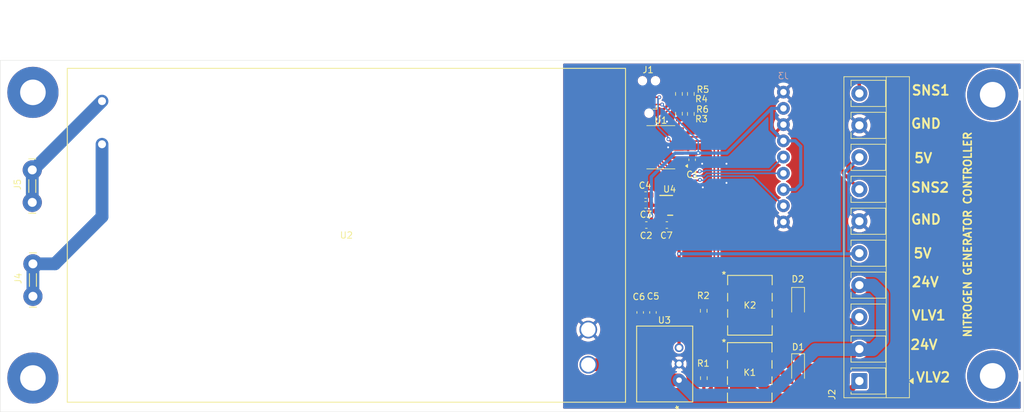
<source format=kicad_pcb>
(kicad_pcb (version 20241229) (generator "pcbnew") (generator_version "9.0")
  (layers (0 "F.Cu" signal) (2 "B.Cu" signal) (13 "F.Paste" user) (15 "B.Paste" user) (5 "F.SilkS" user "F.Silkscreen") (7 "B.SilkS" user "B.Silkscreen") (1 "F.Mask" user) (3 "B.Mask" user) (25 "Edge.Cuts" user))
  (net 0 "")
  (net 1 "+3.3V")
  (net 2 "GND")
  (net 3 "+5V")
  (net 4 "+24V")
  (net 5 "/~{RESET}")
  (net 6 "/SWO")
  (net 7 "/SWCLK")
  (net 8 "/SWDIO")
  (net 9 "Net-(J2-Pin_10)")
  (net 10 "/LOAD_VALVE_IN")
  (net 11 "Net-(J2-Pin_7)")
  (net 12 "/LOAD_VALVE_OUT")
  (net 13 "/LCD_SCK")
  (net 14 "/LCD_CD")
  (net 15 "/LCD_SDA")
  (net 16 "/CTRL_VALVE_IN")
  (net 18 "Net-(K1-Pad2)")
  (net 20 "Net-(K2-Pad2)")
  (net 21 "/CTRL_VALVE_OUT")
  (net 22 "/PRESSURE_INPUT")
  (net 23 "/PRESSURE_OUTPUT")
  (net 24 "Net-(U2-AC{slash}N)")
  (net 25 "Net-(U2-AC{slash}L)")
  (footprint "Capacitor_SMD:C_0603_1608Metric" (layer "F.Cu") (at 118.755 42.233092 180)
    (property "Reference" "C3" (at -0.08 -1.519999 0) (layer "F.SilkS"))
    (property "Value" "0.1uF")
    (fp_line (start -0.14058 0.51) (end 0.14058 0.51) (stroke (width 0.12)) (layer "F.SilkS"))
    (fp_line (start -0.14058 -0.51) (end 0.14058 -0.51) (stroke (width 0.12)) (layer "F.SilkS"))
    (pad "1" smd roundrect (at -0.775 0 180) (size 0.9 0.95) (layers "F.Cu" "F.Mask" "F.Paste") (net 3 "+5V"))
    (pad "2" smd roundrect (at 0.775 0 180) (size 0.9 0.95) (layers "F.Cu" "F.Mask" "F.Paste") (net 2 "GND"))
  )
  (footprint "NitrogenGenerator:SMD6_AA28F-R1_BTI" (layer "F.Cu") (at 135.0325 68.473092)
    (property "Reference" "K1" (at 0 0 0) (layer "F.SilkS"))
    (property "Value" "AA28F-R1")
    (fp_line (start -3.4798 -4.6736) (end -3.4798 -3.20294) (stroke (width 0.1524)) (layer "F.SilkS"))
    (fp_line (start -3.4798 -1.87706) (end -3.4798 -0.66294) (stroke (width 0.1524)) (layer "F.SilkS"))
    (fp_line (start -3.4798 0.66294) (end -3.4798 1.87706) (stroke (width 0.1524)) (layer "F.SilkS"))
    (fp_line (start -3.4798 3.20294) (end -3.4798 4.6736) (stroke (width 0.1524)) (layer "F.SilkS"))
    (fp_line (start -3.4798 4.6736) (end 3.4798 4.6736) (stroke (width 0.1524)) (layer "F.SilkS"))
    (fp_line (start 3.4798 -4.6736) (end -3.4798 -4.6736) (stroke (width 0.1524)) (layer "F.SilkS"))
    (fp_line (start 3.4798 -3.20294) (end 3.4798 -4.6736) (stroke (width 0.1524)) (layer "F.SilkS"))
    (fp_line (start 3.4798 -0.66294) (end 3.4798 -1.87706) (stroke (width 0.1524)) (layer "F.SilkS"))
    (fp_line (start 3.4798 1.87706) (end 3.4798 0.66294) (stroke (width 0.1524)) (layer "F.SilkS"))
    (fp_line (start 3.4798 4.6736) (end 3.4798 3.20294) (stroke (width 0.1524)) (layer "F.SilkS"))
    (fp_text user "*" (at -4.0325 -4.673092 0) (layer "F.SilkS"))
    (pad "1" smd rect (at -4.4323 -2.54) (size 2.159 0.6604) (layers "F.Cu" "F.Mask" "F.Paste") (net 16 "/CTRL_VALVE_IN"))
    (pad "2" smd rect (at -4.4323 0) (size 2.159 0.6604) (layers "F.Cu" "F.Mask" "F.Paste") (net 18 "Net-(K1-Pad2)"))
    (pad "3" smd rect (at -4.4323 2.54) (size 2.159 0.6604) (layers "F.Cu" "F.Mask" "F.Paste"))
    (pad "4" smd rect (at 4.4323 2.54) (size 2.159 0.6604) (layers "F.Cu" "F.Mask" "F.Paste") (net 10 "/LOAD_VALVE_IN"))
    (pad "5" smd rect (at 4.4323 0) (size 2.159 0.6604) (layers "F.Cu" "F.Mask" "F.Paste") (net 2 "GND"))
    (pad "6" smd rect (at 4.4323 -2.54) (size 2.159 0.6604) (layers "F.Cu" "F.Mask" "F.Paste") (net 10 "/LOAD_VALVE_IN"))
  )
  (footprint "NitrogenGenerator:TLV70433DBVR" (layer "F.Cu") (at 122.615001 42.313093)
    (property "Reference" "U4" (at -0.105001 -2.530001 0) (layer "F.SilkS"))
    (property "Value" "TLV70433DBVR")
    (fp_line (start -1.625001 -1.549999) (end 0.349999 -1.549999) (stroke (width 0.2)) (layer "F.SilkS"))
    (fp_line (start -0.399999 1.549999) (end 0.375003 1.549999) (stroke (width 0.2)) (layer "F.SilkS"))
    (pad "1" smd rect (at -1.375001 -0.950001 90) (size 0.599999 1) (layers "F.Cu" "F.Mask" "F.Paste") (net 2 "GND"))
    (pad "2" smd rect (at -1.375001 0 90) (size 0.599999 1) (layers "F.Cu" "F.Mask" "F.Paste") (net 3 "+5V"))
    (pad "3" smd rect (at -1.375001 0.949998 90) (size 0.599999 1) (layers "F.Cu" "F.Mask" "F.Paste") (net 1 "+3.3V"))
    (pad "4" smd rect (at 1.374999 0.949998 90) (size 0.599999 1) (layers "F.Cu" "F.Mask" "F.Paste"))
    (pad "5" smd rect (at 1.374999 -0.950001 90) (size 0.599999 1) (layers "F.Cu" "F.Mask" "F.Paste"))
  )
  (footprint "Capacitor_SMD:C_0603_1608Metric" (layer "F.Cu") (at 122.08 45.393092)
    (property "Reference" "C7" (at -0.06 1.63 0) (layer "F.SilkS"))
    (property "Value" "4.7uF")
    (fp_line (start -0.14058 -0.51) (end 0.14058 -0.51) (stroke (width 0.12)) (layer "F.SilkS"))
    (fp_line (start -0.14058 0.51) (end 0.14058 0.51) (stroke (width 0.12)) (layer "F.SilkS"))
    (pad "1" smd roundrect (at -0.775 0) (size 0.9 0.95) (layers "F.Cu" "F.Mask" "F.Paste") (net 1 "+3.3V"))
    (pad "2" smd roundrect (at 0.775 0) (size 0.9 0.95) (layers "F.Cu" "F.Mask" "F.Paste") (net 2 "GND"))
  )
  (footprint "Capacitor_SMD:C_0603_1608Metric" (layer "F.Cu") (at 119.91 59.073092 90)
    (property "Reference" "C5" (at 2.53 0.02 0) (layer "F.SilkS"))
    (property "Value" "4.7uF")
    (fp_line (start -0.14058 -0.51) (end 0.14058 -0.51) (stroke (width 0.12)) (layer "F.SilkS"))
    (fp_line (start -0.14058 0.51) (end 0.14058 0.51) (stroke (width 0.12)) (layer "F.SilkS"))
    (pad "1" smd roundrect (at -0.775 0 90) (size 0.9 0.95) (layers "F.Cu" "F.Mask" "F.Paste") (net 4 "+24V"))
    (pad "2" smd roundrect (at 0.775 0 90) (size 0.9 0.95) (layers "F.Cu" "F.Mask" "F.Paste") (net 2 "GND"))
  )
  (footprint "Resistor_SMD:R_0603_1608Metric" (layer "F.Cu") (at 125.83 28.005 90)
    (property "Reference" "R3" (at -0.8 1.66 180) (layer "F.SilkS"))
    (property "Value" "10K")
    (fp_line (start -0.237258 -0.5225) (end 0.237258 -0.5225) (stroke (width 0.12)) (layer "F.SilkS"))
    (fp_line (start -0.237258 0.5225) (end 0.237258 0.5225) (stroke (width 0.12)) (layer "F.SilkS"))
    (pad "1" smd roundrect (at -0.825 0 90) (size 0.8 0.95) (layers "F.Cu" "F.Mask" "F.Paste") (net 22 "/PRESSURE_INPUT"))
    (pad "2" smd roundrect (at 0.825 0 90) (size 0.8 0.95) (layers "F.Cu" "F.Mask" "F.Paste") (net 11 "Net-(J2-Pin_7)"))
  )
  (footprint "Capacitor_SMD:C_0603_1608Metric" (layer "F.Cu") (at 117.91 59.073092 90)
    (property "Reference" "C6" (at 2.45 -0.2 0) (layer "F.SilkS"))
    (property "Value" "4.7uF")
    (fp_line (start -0.14058 -0.51) (end 0.14058 -0.51) (stroke (width 0.12)) (layer "F.SilkS"))
    (fp_line (start -0.14058 0.51) (end 0.14058 0.51) (stroke (width 0.12)) (layer "F.SilkS"))
    (pad "1" smd roundrect (at -0.775 0 90) (size 0.9 0.95) (layers "F.Cu" "F.Mask" "F.Paste") (net 4 "+24V"))
    (pad "2" smd roundrect (at 0.775 0 90) (size 0.9 0.95) (layers "F.Cu" "F.Mask" "F.Paste") (net 2 "GND"))
  )
  (footprint "Capacitor_SMD:C_0603_1608Metric" (layer "F.Cu") (at 118.755 40.703092 180)
    (property "Reference" "C4" (at 0.08 1.500001 0) (layer "F.SilkS"))
    (property "Value" "4.7uF")
    (fp_line (start -0.14058 0.51) (end 0.14058 0.51) (stroke (width 0.12)) (layer "F.SilkS"))
    (fp_line (start -0.14058 -0.51) (end 0.14058 -0.51) (stroke (width 0.12)) (layer "F.SilkS"))
    (pad "1" smd roundrect (at -0.775 0 180) (size 0.9 0.95) (layers "F.Cu" "F.Mask" "F.Paste") (net 3 "+5V"))
    (pad "2" smd roundrect (at 0.775 0 180) (size 0.9 0.95) (layers "F.Cu" "F.Mask" "F.Paste") (net 2 "GND"))
  )
  (footprint "Resistor_SMD:R_0603_1608Metric" (layer "F.Cu") (at 127.8402 58.813092 90)
    (property "Reference" "R2" (at 2.37 -0.0577 180) (layer "F.SilkS"))
    (property "Value" "1.6K")
    (fp_line (start -0.237258 -0.5225) (end 0.237258 -0.5225) (stroke (width 0.12)) (layer "F.SilkS"))
    (fp_line (start -0.237258 0.5225) (end 0.237258 0.5225) (stroke (width 0.12)) (layer "F.SilkS"))
    (pad "1" smd roundrect (at -0.825 0 90) (size 0.8 0.95) (layers "F.Cu" "F.Mask" "F.Paste") (net 2 "GND"))
    (pad "2" smd roundrect (at 0.825 0 90) (size 0.8 0.95) (layers "F.Cu" "F.Mask" "F.Paste") (net 20 "Net-(K2-Pad2)"))
  )
  (footprint "Resistor_SMD:R_0603_1608Metric" (layer "F.Cu") (at 123.97 27.975 -90)
    (property "Reference" "R6" (at -0.68 -3.68 180) (layer "F.SilkS"))
    (property "Value" "20K")
    (fp_line (start -0.237258 0.5225) (end 0.237258 0.5225) (stroke (width 0.12)) (layer "F.SilkS"))
    (fp_line (start -0.237258 -0.5225) (end 0.237258 -0.5225) (stroke (width 0.12)) (layer "F.SilkS"))
    (pad "1" smd roundrect (at -0.825 0 270) (size 0.8 0.95) (layers "F.Cu" "F.Mask" "F.Paste") (net 2 "GND"))
    (pad "2" smd roundrect (at 0.825 0 270) (size 0.8 0.95) (layers "F.Cu" "F.Mask" "F.Paste") (net 22 "/PRESSURE_INPUT"))
  )
  (footprint "Diode_SMD:D_SOD-123F" (layer "F.Cu") (at 142.59 67.75 -90)
    (property "Reference" "D1" (at -3.2725 -0.03 180) (layer "F.SilkS"))
    (property "Value" "1N4007")
    (fp_line (start -2.21 1) (end 1.65 1) (stroke (width 0.12)) (layer "F.SilkS"))
    (fp_line (start -2.21 -1) (end -2.21 1) (stroke (width 0.12)) (layer "F.SilkS"))
    (fp_line (start -2.21 -1) (end 1.65 -1) (stroke (width 0.12)) (layer "F.SilkS"))
    (pad "1" smd roundrect (at -1.4 0 270) (size 1.1 1.1) (layers "F.Cu" "F.Mask" "F.Paste") (roundrect_rratio 0.2272727273) (net 4 "+24V"))
    (pad "2" smd roundrect (at 1.4 0 270) (size 1.1 1.1) (layers "F.Cu" "F.Mask" "F.Paste") (roundrect_rratio 0.2272727273) (net 10 "/LOAD_VALVE_IN"))
  )
  (footprint "NitrogenGenerator:SMD6_AA28F-R1_BTI" (layer "F.Cu") (at 135.0625 57.953092)
    (property "Reference" "K2" (at 0 0 0) (layer "F.SilkS"))
    (property "Value" "AA28F-R1")
    (fp_line (start -3.4798 -4.6736) (end -3.4798 -3.20294) (stroke (width 0.1524)) (layer "F.SilkS"))
    (fp_line (start -3.4798 -1.87706) (end -3.4798 -0.66294) (stroke (width 0.1524)) (layer "F.SilkS"))
    (fp_line (start -3.4798 0.66294) (end -3.4798 1.87706) (stroke (width 0.1524)) (layer "F.SilkS"))
    (fp_line (start -3.4798 3.20294) (end -3.4798 4.6736) (stroke (width 0.1524)) (layer "F.SilkS"))
    (fp_line (start -3.4798 4.6736) (end 3.4798 4.6736) (stroke (width 0.1524)) (layer "F.SilkS"))
    (fp_line (start 3.4798 -4.6736) (end -3.4798 -4.6736) (stroke (width 0.1524)) (layer "F.SilkS"))
    (fp_line (start 3.4798 -3.20294) (end 3.4798 -4.6736) (stroke (width 0.1524)) (layer "F.SilkS"))
    (fp_line (start 3.4798 -0.66294) (end 3.4798 -1.87706) (stroke (width 0.1524)) (layer "F.SilkS"))
    (fp_line (start 3.4798 1.87706) (end 3.4798 0.66294) (stroke (width 0.1524)) (layer "F.SilkS"))
    (fp_line (start 3.4798 4.6736) (end 3.4798 3.20294) (stroke (width 0.1524)) (layer "F.SilkS"))
    (fp_text user "*" (at -4.0625 -4.753092 0) (layer "F.SilkS"))
    (pad "1" smd rect (at -4.4323 -2.54) (size 2.159 0.6604) (layers "F.Cu" "F.Mask" "F.Paste") (net 21 "/CTRL_VALVE_OUT"))
    (pad "2" smd rect (at -4.4323 0) (size 2.159 0.6604) (layers "F.Cu" "F.Mask" "F.Paste") (net 20 "Net-(K2-Pad2)"))
    (pad "3" smd rect (at -4.4323 2.54) (size 2.159 0.6604) (layers "F.Cu" "F.Mask" "F.Paste"))
    (pad "4" smd rect (at 4.4323 2.54) (size 2.159 0.6604) (layers "F.Cu" "F.Mask" "F.Paste") (net 12 "/LOAD_VALVE_OUT"))
    (pad "5" smd rect (at 4.4323 0) (size 2.159 0.6604) (layers "F.Cu" "F.Mask" "F.Paste") (net 2 "GND"))
    (pad "6" smd rect (at 4.4323 -2.54) (size 2.159 0.6604) (layers "F.Cu" "F.Mask" "F.Paste") (net 12 "/LOAD_VALVE_OUT"))
  )
  (footprint "Resistor_SMD:R_0603_1608Metric" (layer "F.Cu") (at 125.83 24.875 90)
    (property "Reference" "R4" (at -0.795 1.66 180) (layer "F.SilkS"))
    (property "Value" "10K")
    (fp_line (start -0.237258 -0.5225) (end 0.237258 -0.5225) (stroke (width 0.12)) (layer "F.SilkS"))
    (fp_line (start -0.237258 0.5225) (end 0.237258 0.5225) (stroke (width 0.12)) (layer "F.SilkS"))
    (pad "1" smd roundrect (at -0.825 0 90) (size 0.8 0.95) (layers "F.Cu" "F.Mask" "F.Paste") (net 23 "/PRESSURE_OUTPUT"))
    (pad "2" smd roundrect (at 0.825 0 90) (size 0.8 0.95) (layers "F.Cu" "F.Mask" "F.Paste") (net 9 "Net-(J2-Pin_10)"))
  )
  (footprint "Resistor_SMD:R_0603_1608Metric" (layer "F.Cu") (at 123.97 24.875 -90)
    (property "Reference" "R5" (at -0.685 -3.75 180) (layer "F.SilkS"))
    (property "Value" "20K")
    (fp_line (start -0.237258 0.5225) (end 0.237258 0.5225) (stroke (width 0.12)) (layer "F.SilkS"))
    (fp_line (start -0.237258 -0.5225) (end 0.237258 -0.5225) (stroke (width 0.12)) (layer "F.SilkS"))
    (pad "1" smd roundrect (at -0.825 0 270) (size 0.8 0.95) (layers "F.Cu" "F.Mask" "F.Paste") (net 2 "GND"))
    (pad "2" smd roundrect (at 0.825 0 270) (size 0.8 0.95) (layers "F.Cu" "F.Mask" "F.Paste") (net 23 "/PRESSURE_OUTPUT"))
  )
  (footprint "Connector:Tag-Connect_TC2030-IDC-NL_2x03_P1.27mm_Vertical" (layer "F.Cu") (at 119.285 25.353092 90)
    (property "Reference" "J1" (at 4.24 -0.135 180) (layer "F.SilkS"))
    (property "Value" "Conn_ARM_SWD_TagConnect_TC2030-NL")
    (fp_line (start -1.27 1.27) (end -1.905 1.27) (stroke (width 0.12)) (layer "F.SilkS"))
    (fp_line (start -1.905 1.27) (end -1.905 0.635) (stroke (width 0.12)) (layer "F.SilkS"))
    (pad "" np_thru_hole circle (at -2.54 0 90) (size 0.9906 0.9906) (drill 0.9906) (layers "*.Cu" "*.Mask"))
    (pad "" np_thru_hole circle (at 2.54 -1.016 90) (size 0.9906 0.9906) (drill 0.9906) (layers "*.Cu" "*.Mask"))
    (pad "" np_thru_hole circle (at 2.54 1.016 90) (size 0.9906 0.9906) (drill 0.9906) (layers "*.Cu" "*.Mask"))
    (pad "1" connect circle (at -1.27 0.635 90) (size 0.7874 0.7874) (layers "F.Cu" "F.Mask") (net 1 "+3.3V"))
    (pad "2" connect circle (at -1.27 -0.635 90) (size 0.7874 0.7874) (layers "F.Cu" "F.Mask") (net 8 "/SWDIO"))
    (pad "3" connect circle (at 0 0.635 90) (size 0.7874 0.7874) (layers "F.Cu" "F.Mask") (net 5 "/~{RESET}"))
    (pad "4" connect circle (at 0 -0.635 90) (size 0.7874 0.7874) (layers "F.Cu" "F.Mask") (net 7 "/SWCLK"))
    (pad "5" connect circle (at 1.27 0.635 90) (size 0.7874 0.7874) (layers "F.Cu" "F.Mask") (net 2 "GND"))
    (pad "6" connect circle (at 1.27 -0.635 90) (size 0.7874 0.7874) (layers "F.Cu" "F.Mask") (net 6 "/SWO"))
    (zone (net 0) (net_name "") (layer "F.Cu") (connect_pads (clearance 0)) (min_thickness 0.254)
      (keepout (tracks allowed) (vias not_allowed) (pads allowed) (copperpour not_allowed) (footprints not_allowed))
      (fill (thermal_gap 0.508) (thermal_bridge_width 0.508))
      (polygon (pts (xy 118.65 24.083092) (xy 118.65 26.623092) (xy 119.92 26.623092) (xy 119.92 24.083092)))
    )
  )
  (footprint "NitrogenGenerator:R-78E-0.5_RCP" (layer "F.Cu") (at 123.989932 69.673092 90)
    (property "Reference" "U3" (at 9.39 -2.289932 0) (layer "F.SilkS"))
    (property "Value" "R-78E5.0-0.5")
    (fp_line (start 8.4709 -6.631432) (end -3.3909 -6.631432) (stroke (width 0.1524)) (layer "F.SilkS"))
    (fp_line (start -3.3909 -6.631432) (end -3.3909 2.131568) (stroke (width 0.1524)) (layer "F.SilkS"))
    (fp_line (start 8.4709 2.131568) (end 8.4709 -6.631432) (stroke (width 0.1524)) (layer "F.SilkS"))
    (fp_line (start -3.3909 2.131568) (end 8.4709 2.131568) (stroke (width 0.1524)) (layer "F.SilkS"))
    (fp_text user "*" (at -4.2799 0 90) (layer "F.SilkS"))
    (fp_text user "*" (at -4.2799 0 90) (layer "F.SilkS"))
    (pad "1" thru_hole rect (at 0 0 90) (size 1.3716 1.3716) (drill 0.8636) (layers "*.Cu" "*.Mask") (net 4 "+24V"))
    (pad "2" thru_hole circle (at 2.54 0 90) (size 1.3716 1.3716) (drill 0.8636) (layers "*.Cu" "*.Mask") (net 2 "GND"))
    (pad "3" thru_hole circle (at 5.08 0 90) (size 1.3716 1.3716) (drill 0.8636) (layers "*.Cu" "*.Mask") (net 3 "+5V"))
  )
  (footprint "NitrogenGenerator:CONN_726386-2_TEC" (layer "F.Cu") (at 22.9 41.85 90)
    (property "Reference" "J5" (at 2.8 -2.3 90) (layer "F.SilkS"))
    (property "Value" "726386-2")
    (fp_line (start 3.55 -0.5461) (end 1.55 -0.5461) (stroke (width 0.1524)) (layer "F.SilkS"))
    (fp_line (start -1.7 -0.5461) (end -1.7 0.5461) (stroke (width 0.1524)) (layer "F.SilkS"))
    (fp_line (start 6.8 0.5461) (end 6.8 -0.5461) (stroke (width 0.1524)) (layer "F.SilkS"))
    (fp_line (start 1.55 0.5461) (end 3.55 0.5461) (stroke (width 0.1524)) (layer "F.SilkS"))
    (pad "1" thru_hole circle (at 0 0 90) (size 3 3) (drill 1.4) (layers "*.Cu" "*.Mask") (net 25 "Net-(U2-AC{slash}L)"))
    (pad "2" thru_hole circle (at 5.08 0 90) (size 3 3) (drill 1.4) (layers "*.Cu" "*.Mask") (net 25 "Net-(U2-AC{slash}L)"))
  )
  (footprint "NitrogenGenerator:IRM-45_MWU" (layer "F.Cu") (at 33.8 26.0031)
    (property "Reference" "U2" (at 38.2 20.9969 0) (layer "F.SilkS"))
    (property "Value" "IRM-45-24")
    (fp_line (start -5.4245 -5.127) (end -5.4245 47.1208) (stroke (width 0.1524)) (layer "F.SilkS"))
    (fp_line (start -5.4245 47.1208) (end 81.8245 47.1208) (stroke (width 0.1524)) (layer "F.SilkS"))
    (fp_line (start 81.8245 -5.127) (end -5.4245 -5.127) (stroke (width 0.1524)) (layer "F.SilkS"))
    (fp_line (start 81.8245 47.1208) (end 81.8245 -5.127) (stroke (width 0.1524)) (layer "F.SilkS"))
    (pad "1" thru_hole circle (at 0 0) (size 1.7526 1.7526) (drill 1.2446) (layers "*.Cu" "*.Mask") (net 25 "Net-(U2-AC{slash}L)"))
    (pad "2" thru_hole circle (at 0 6.75) (size 1.7526 1.7526) (drill 1.2446) (layers "*.Cu" "*.Mask") (net 24 "Net-(U2-AC{slash}N)"))
    (pad "3" thru_hole circle (at 76 41.249991) (size 2.7686 2.7686) (drill 2.2606) (layers "*.Cu" "*.Mask") (net 4 "+24V"))
    (pad "4" thru_hole circle (at 76 35.749992) (size 2.7686 2.7686) (drill 2.2606) (layers "*.Cu" "*.Mask") (net 2 "GND"))
  )
  (footprint "Package_SO:TSSOP-20_4.4x6.5mm_P0.65mm" (layer "F.Cu") (at 121.14 33.223092 180)
    (property "Reference" "U1" (at 0 4.21 0) (layer "F.SilkS"))
    (property "Value" "STM32G030F6Px")
    (fp_line (start 0 3.385) (end 2.2 3.385) (stroke (width 0.12)) (layer "F.SilkS"))
    (fp_line (start 0 3.385) (end -2.2 3.385) (stroke (width 0.12)) (layer "F.SilkS"))
    (fp_line (start 0 -3.385) (end 2.2 -3.385) (stroke (width 0.12)) (layer "F.SilkS"))
    (fp_line (start 0 -3.385) (end -2.2 -3.385) (stroke (width 0.12)) (layer "F.SilkS"))
    (fp_poly (pts (xy -3.86 -2.925) (xy -4.19 -2.685) (xy -4.19 -3.165)) (stroke (width 0.12)) (fill yes) (layer "F.SilkS"))
    (pad "1" smd roundrect (at -2.8625 -2.925 180) (size 1.475 0.4) (layers "F.Cu" "F.Mask" "F.Paste") (net 2 "GND"))
    (pad "2" smd roundrect (at -2.8625 -2.275 180) (size 1.475 0.4) (layers "F.Cu" "F.Mask" "F.Paste") (net 2 "GND"))
    (pad "3" smd roundrect (at -2.8625 -1.625 180) (size 1.475 0.4) (layers "F.Cu" "F.Mask" "F.Paste") (net 2 "GND"))
    (pad "4" smd roundrect (at -2.8625 -0.975 180) (size 1.475 0.4) (layers "F.Cu" "F.Mask" "F.Paste") (net 1 "+3.3V"))
    (pad "5" smd roundrect (at -2.8625 -0.325 180) (size 1.475 0.4) (layers "F.Cu" "F.Mask" "F.Paste") (net 2 "GND"))
    (pad "6" smd roundrect (at -2.8625 0.325 180) (size 1.475 0.4) (layers "F.Cu" "F.Mask" "F.Paste") (net 5 "/~{RESET}"))
    (pad "7" smd roundrect (at -2.8625 0.975 180) (size 1.475 0.4) (layers "F.Cu" "F.Mask" "F.Paste") (net 16 "/CTRL_VALVE_IN"))
    (pad "8" smd roundrect (at -2.8625 1.625 180) (size 1.475 0.4) (layers "F.Cu" "F.Mask" "F.Paste") (net 21 "/CTRL_VALVE_OUT"))
    (pad "9" smd roundrect (at -2.8625 2.275 180) (size 1.475 0.4) (layers "F.Cu" "F.Mask" "F.Paste") (net 2 "GND"))
    (pad "10" smd roundrect (at -2.8625 2.925 180) (size 1.475 0.4) (layers "F.Cu" "F.Mask" "F.Paste") (net 22 "/PRESSURE_INPUT"))
    (pad "11" smd roundrect (at 2.8625 2.925 180) (size 1.475 0.4) (layers "F.Cu" "F.Mask" "F.Paste") (net 23 "/PRESSURE_OUTPUT"))
    (pad "12" smd roundrect (at 2.8625 2.275 180) (size 1.475 0.4) (layers "F.Cu" "F.Mask" "F.Paste") (net 13 "/LCD_SCK"))
    (pad "13" smd roundrect (at 2.8625 1.625 180) (size 1.475 0.4) (layers "F.Cu" "F.Mask" "F.Paste") (net 15 "/LCD_SDA"))
    (pad "14" smd roundrect (at 2.8625 0.975 180) (size 1.475 0.4) (layers "F.Cu" "F.Mask" "F.Paste") (net 14 "/LCD_CD"))
    (pad "15" smd roundrect (at 2.8625 0.325 180) (size 1.475 0.4) (layers "F.Cu" "F.Mask" "F.Paste") (net 2 "GND"))
    (pad "16" smd roundrect (at 2.8625 -0.325 180) (size 1.475 0.4) (layers "F.Cu" "F.Mask" "F.Paste") (net 2 "GND"))
    (pad "17" smd roundrect (at 2.8625 -0.975 180) (size 1.475 0.4) (layers "F.Cu" "F.Mask" "F.Paste") (net 2 "GND"))
    (pad "18" smd roundrect (at 2.8625 -1.625 180) (size 1.475 0.4) (layers "F.Cu" "F.Mask" "F.Paste") (net 8 "/SWDIO"))
    (pad "19" smd roundrect (at 2.8625 -2.275 180) (size 1.475 0.4) (layers "F.Cu" "F.Mask" "F.Paste") (net 7 "/SWCLK"))
    (pad "20" smd roundrect (at 2.8625 -2.925 180) (size 1.475 0.4) (layers "F.Cu" "F.Mask" "F.Paste") (net 2 "GND"))
  )
  (footprint "Resistor_SMD:R_0603_1608Metric" (layer "F.Cu") (at 127.8625 69.353092 90)
    (property "Reference" "R1" (at 2.31 -0.0777 180) (layer "F.SilkS"))
    (property "Value" "1.6K")
    (fp_line (start -0.237258 -0.5225) (end 0.237258 -0.5225) (stroke (width 0.12)) (layer "F.SilkS"))
    (fp_line (start -0.237258 0.5225) (end 0.237258 0.5225) (stroke (width 0.12)) (layer "F.SilkS"))
    (pad "1" smd roundrect (at -0.825 0 90) (size 0.8 0.95) (layers "F.Cu" "F.Mask" "F.Paste") (net 2 "GND"))
    (pad "2" smd roundrect (at 0.825 0 90) (size 0.8 0.95) (layers "F.Cu" "F.Mask" "F.Paste") (net 18 "Net-(K1-Pad2)"))
  )
  (footprint "Capacitor_SMD:C_0603_1608Metric" (layer "F.Cu") (at 118.875 45.393092 180)
    (property "Reference" "C2" (at 0.03 -1.65 0) (layer "F.SilkS"))
    (property "Value" "0.1uF")
    (fp_line (start -0.14058 0.51) (end 0.14058 0.51) (stroke (width 0.12)) (layer "F.SilkS"))
    (fp_line (start -0.14058 -0.51) (end 0.14058 -0.51) (stroke (width 0.12)) (layer "F.SilkS"))
    (pad "1" smd roundrect (at -0.775 0 180) (size 0.9 0.95) (layers "F.Cu" "F.Mask" "F.Paste") (net 1 "+3.3V"))
    (pad "2" smd roundrect (at 0.775 0 180) (size 0.9 0.95) (layers "F.Cu" "F.Mask" "F.Paste") (net 2 "GND"))
  )
  (footprint "Diode_SMD:D_SOD-123F" (layer "F.Cu") (at 142.59 57.37 -90)
    (property "Reference" "D2" (at -3.52 0.03 180) (layer "F.SilkS"))
    (property "Value" "1N4007")
    (fp_line (start -2.21 1) (end 1.65 1) (stroke (width 0.12)) (layer "F.SilkS"))
    (fp_line (start -2.21 -1) (end -2.21 1) (stroke (width 0.12)) (layer "F.SilkS"))
    (fp_line (start -2.21 -1) (end 1.65 -1) (stroke (width 0.12)) (layer "F.SilkS"))
    (pad "1" smd roundrect (at -1.4 0 270) (size 1.1 1.1) (layers "F.Cu" "F.Mask" "F.Paste") (roundrect_rratio 0.2272727273) (net 4 "+24V"))
    (pad "2" smd roundrect (at 1.4 0 270) (size 1.1 1.1) (layers "F.Cu" "F.Mask" "F.Paste") (roundrect_rratio 0.2272727273) (net 12 "/LOAD_VALVE_OUT"))
  )
  (footprint "NitrogenGenerator:CONN_726386-2_TEC" (layer "F.Cu") (at 23 56.55 90)
    (property "Reference" "J4" (at 2.8 -2.3 90) (layer "F.SilkS"))
    (property "Value" "726386-2")
    (fp_line (start 3.55 -0.5461) (end 1.55 -0.5461) (stroke (width 0.1524)) (layer "F.SilkS"))
    (fp_line (start -1.7 -0.5461) (end -1.7 0.5461) (stroke (width 0.1524)) (layer "F.SilkS"))
    (fp_line (start 6.8 0.5461) (end 6.8 -0.5461) (stroke (width 0.1524)) (layer "F.SilkS"))
    (fp_line (start 1.55 0.5461) (end 3.55 0.5461) (stroke (width 0.1524)) (layer "F.SilkS"))
    (pad "1" thru_hole circle (at 0 0 90) (size 3 3) (drill 1.4) (layers "*.Cu" "*.Mask") (net 24 "Net-(U2-AC{slash}N)"))
    (pad "2" thru_hole circle (at 5.08 0 90) (size 3 3) (drill 1.4) (layers "*.Cu" "*.Mask") (net 24 "Net-(U2-AC{slash}N)"))
  )
  (footprint "Capacitor_SMD:C_0603_1608Metric" (layer "F.Cu") (at 126.03 35.183092 -90)
    (property "Reference" "C1" (at 2.31 -0.08 180) (layer "F.SilkS"))
    (property "Value" "0.1uF")
    (fp_line (start -0.14058 0.51) (end 0.14058 0.51) (stroke (width 0.12)) (layer "F.SilkS"))
    (fp_line (start -0.14058 -0.51) (end 0.14058 -0.51) (stroke (width 0.12)) (layer "F.SilkS"))
    (pad "1" smd roundrect (at -0.775 0 270) (size 0.9 0.95) (layers "F.Cu" "F.Mask" "F.Paste") (net 1 "+3.3V"))
    (pad "2" smd roundrect (at 0.775 0 270) (size 0.9 0.95) (layers "F.Cu" "F.Mask" "F.Paste") (net 2 "GND"))
  )
  (footprint "TerminalBlock_RND:TerminalBlock_RND_205-00284_1x10_P5.00mm_Vertical" (layer "F.Cu") (at 152.1675 69.8 90)
    (property "Reference" "J2" (at -2.11 -4.2775 90) (layer "F.SilkS"))
    (property "Value" "Screw_Terminal_01x10")
    (fp_line (start 47.62 -2.42) (end 47.62 7.82) (stroke (width 0.12)) (layer "F.SilkS"))
    (fp_line (start -2.62 -2.42) (end 47.62 -2.42) (stroke (width 0.12)) (layer "F.SilkS"))
    (fp_line (start -2.62 -2.42) (end -2.62 7.82) (stroke (width 0.12)) (layer "F.SilkS"))
    (fp_line (start 47.05 -1.3) (end 47.05 4.1) (stroke (width 0.12)) (layer "F.SilkS"))
    (fp_line (start 46.141 -1.3) (end 47.05 -1.3) (stroke (width 0.12)) (layer "F.SilkS"))
    (fp_line (start 42.95 -1.3) (end 43.859 -1.3) (stroke (width 0.12)) (layer "F.SilkS"))
    (fp_line (start 42.95 -1.3) (end 42.95 4.1) (stroke (width 0.12)) (layer "F.SilkS"))
    (fp_line (start 42.05 -1.3) (end 42.05 4.1) (stroke (width 0.12)) (layer "F.SilkS"))
    (fp_line (start 41.141 -1.3) (end 42.05 -1.3) (stroke (width 0.12)) (layer "F.SilkS"))
    (fp_line (start 37.95 -1.3) (end 38.859 -1.3) (stroke (width 0.12)) (layer "F.SilkS"))
    (fp_line (start 37.95 -1.3) (end 37.95 4.1) (stroke (width 0.12)) (layer "F.SilkS"))
    (fp_line (start 37.05 -1.3) (end 37.05 4.1) (stroke (width 0.12)) (layer "F.SilkS"))
    (fp_line (start 36.141 -1.3) (end 37.05 -1.3) (stroke (width 0.12)) (layer "F.SilkS"))
    (fp_line (start 32.95 -1.3) (end 33.859 -1.3) (stroke (width 0.12)) (layer "F.SilkS"))
    (fp_line (start 32.95 -1.3) (end 32.95 4.1) (stroke (width 0.12)) (layer "F.SilkS"))
    (fp_line (start 32.05 -1.3) (end 32.05 4.1) (stroke (width 0.12)) (layer "F.SilkS"))
    (fp_line (start 31.141 -1.3) (end 32.05 -1.3) (stroke (width 0.12)) (layer "F.SilkS"))
    (fp_line (start 27.95 -1.3) (end 28.859 -1.3) (stroke (width 0.12)) (layer "F.SilkS"))
    (fp_line (start 27.95 -1.3) (end 27.95 4.1) (stroke (width 0.12)) (layer "F.SilkS"))
    (fp_line (start 27.05 -1.3) (end 27.05 4.1) (stroke (width 0.12)) (layer "F.SilkS"))
    (fp_line (start 26.141 -1.3) (end 27.05 -1.3) (stroke (width 0.12)) (layer "F.SilkS"))
    (fp_line (start 22.95 -1.3) (end 23.859 -1.3) (stroke (width 0.12)) (layer "F.SilkS"))
    (fp_line (start 22.95 -1.3) (end 22.95 4.1) (stroke (width 0.12)) (layer "F.SilkS"))
    (fp_line (start 22.05 -1.3) (end 22.05 4.1) (stroke (width 0.12)) (layer "F.SilkS"))
    (fp_line (start 21.141 -1.3) (end 22.05 -1.3) (stroke (width 0.12)) (layer "F.SilkS"))
    (fp_line (start 17.95 -1.3) (end 18.859 -1.3) (stroke (width 0.12)) (layer "F.SilkS"))
    (fp_line (start 17.95 -1.3) (end 17.95 4.1) (stroke (width 0.12)) (layer "F.SilkS"))
    (fp_line (start 17.05 -1.3) (end 17.05 4.1) (stroke (width 0.12)) (layer "F.SilkS"))
    (fp_line (start 16.141 -1.3) (end 17.05 -1.3) (stroke (width 0.12)) (layer "F.SilkS"))
    (fp_line (start 12.95 -1.3) (end 13.859 -1.3) (stroke (width 0.12)) (layer "F.SilkS"))
    (fp_line (start 12.95 -1.3) (end 12.95 4.1) (stroke (width 0.12)) (layer "F.SilkS"))
    (fp_line (start 12.05 -1.3) (end 12.05 4.1) (stroke (width 0.12)) (layer "F.SilkS"))
    (fp_line (start 11.141 -1.3) (end 12.05 -1.3) (stroke (width 0.12)) (layer "F.SilkS"))
    (fp_line (start 7.95 -1.3) (end 8.859 -1.3) (stroke (width 0.12)) (layer "F.SilkS"))
    (fp_line (start 7.95 -1.3) (end 7.95 4.1) (stroke (width 0.12)) (layer "F.SilkS"))
    (fp_line (start 7.05 -1.3) (end 7.05 4.1) (stroke (width 0.12)) (layer "F.SilkS"))
    (fp_line (start 6.141 -1.3) (end 7.05 -1.3) (stroke (width 0.12)) (layer "F.SilkS"))
    (fp_line (start 2.95 -1.3) (end 3.859 -1.3) (stroke (width 0.12)) (layer "F.SilkS"))
    (fp_line (start 2.95 -1.3) (end 2.95 4.1) (stroke (width 0.12)) (layer "F.SilkS"))
    (fp_line (start 2.05 -1.3) (end 2.05 4.1) (stroke (width 0.12)) (layer "F.SilkS"))
    (fp_line (start 1.73 -1.3) (end 2.05 -1.3) (stroke (width 0.12)) (layer "F.SilkS"))
    (fp_line (start -2.05 -1.3) (end -1.73 -1.3) (stroke (width 0.12)) (layer "F.SilkS"))
    (fp_line (start -2.05 -1.3) (end -2.05 4.1) (stroke (width 0.12)) (layer "F.SilkS"))
    (fp_line (start 42.95 4.1) (end 47.05 4.1) (stroke (width 0.12)) (layer "F.SilkS"))
    (fp_line (start 37.95 4.1) (end 42.05 4.1) (stroke (width 0.12)) (layer "F.SilkS"))
    (fp_line (start 32.95 4.1) (end 37.05 4.1) (stroke (width 0.12)) (layer "F.SilkS"))
    (fp_line (start 27.95 4.1) (end 32.05 4.1) (stroke (width 0.12)) (layer "F.SilkS"))
    (fp_line (start 22.95 4.1) (end 27.05 4.1) (stroke (width 0.12)) (layer "F.SilkS"))
    (fp_line (start 17.95 4.1) (end 22.05 4.1) (stroke (width 0.12)) (layer "F.SilkS"))
    (fp_line (start 12.95 4.1) (end 17.05 4.1) (stroke (width 0.12)) (layer "F.SilkS"))
    (fp_line (start 7.95 4.1) (end 12.05 4.1) (stroke (width 0.12)) (layer "F.SilkS"))
    (fp_line (start 2.95 4.1) (end 7.05 4.1) (stroke (width 0.12)) (layer "F.SilkS"))
    (fp_line (start -2.05 4.1) (end 2.05 4.1) (stroke (width 0.12)) (layer "F.SilkS"))
    (fp_line (start -2.62 4.2) (end 47.62 4.2) (stroke (width 0.12)) (layer "F.SilkS"))
    (fp_line (start 0.3 7.82) (end 47.62 7.82) (stroke (width 0.12)) (layer "F.SilkS"))
    (fp_line (start -2.62 7.82) (end -0.3 7.82) (stroke (width 0.12)) (layer "F.SilkS"))
    (fp_poly (pts (xy 0 7.82) (xy 0.44 8.43) (xy -0.44 8.43)) (stroke (width 0.12)) (fill yes) (layer "F.SilkS"))
    (pad "1" thru_hole roundrect (at 0 0 90) (size 2.5 2.5) (drill 1.3) (layers "*.Cu" "*.Mask") (roundrect_rratio 0.1) (net 10 "/LOAD_VALVE_IN"))
    (pad "2" thru_hole circle (at 5 0 90) (size 2.5 2.5) (drill 1.3) (layers "*.Cu" "*.Mask") (net 4 "+24V"))
    (pad "3" thru_hole circle (at 10 0 90) (size 2.5 2.5) (drill 1.3) (layers "*.Cu" "*.Mask") (net 12 "/LOAD_VALVE_OUT"))
    (pad "4" thru_hole circle (at 15 0 90) (size 2.5 2.5) (drill 1.3) (layers "*.Cu" "*.Mask") (net 4 "+24V"))
    (pad "5" thru_hole circle (at 20 0 90) (size 2.5 2.5) (drill 1.3) (layers "*.Cu" "*.Mask") (net 3 "+5V"))
    (pad "6" thru_hole circle (at 25 0 90) (size 2.5 2.5) (drill 1.3) (layers "*.Cu" "*.Mask") (net 2 "GND"))
    (pad "7" thru_hole circle (at 30 0 90) (size 2.5 2.5) (drill 1.3) (layers "*.Cu" "*.Mask") (net 11 "Net-(J2-Pin_7)"))
    (pad "8" thru_hole circle (at 35 0 90) (size 2.5 2.5) (drill 1.3) (layers "*.Cu" "*.Mask") (net 3 "+5V"))
    (pad "9" thru_hole circle (at 40 0 90) (size 2.5 2.5) (drill 1.3) (layers "*.Cu" "*.Mask") (net 2 "GND"))
    (pad "10" thru_hole circle (at 45 0 90) (size 2.5 2.5) (drill 1.3) (layers "*.Cu" "*.Mask") (net 9 "Net-(J2-Pin_10)"))
  )
  (footprint "NitrogenGenerator:ERM19264DNS-4" (layer "B.Cu") (at 140.3 34.76 180)
    (property "Reference" "J3" (at 0 12.7 0) (layer "B.SilkS") (effects (font (thickness 0.1)) (justify mirror)))
    (property "Value" "ERM19264-4")
    (pad "1" thru_hole circle (at 0 10.16 180) (size 2 2) (drill 1) (layers "*.Cu" "*.Mask") (net 2 "GND"))
    (pad "2" thru_hole circle (at 0 7.62 180) (size 2 2) (drill 1) (layers "*.Cu" "*.Mask") (net 1 "+3.3V"))
    (pad "3" thru_hole circle (at 0 5.08 180) (size 2 2) (drill 1) (layers "*.Cu" "*.Mask") (net 2 "GND"))
    (pad "4" thru_hole circle (at 0 2.54 180) (size 2 2) (drill 1) (layers "*.Cu" "*.Mask") (net 1 "+3.3V"))
    (pad "5" thru_hole circle (at 0 0 180) (size 2 2) (drill 1) (layers "*.Cu" "*.Mask") (net 13 "/LCD_SCK"))
    (pad "6" thru_hole circle (at 0 -2.54 180) (size 2 2) (drill 1) (layers "*.Cu" "*.Mask") (net 15 "/LCD_SDA"))
    (pad "7" thru_hole circle (at 0 -5.08 180) (size 2 2) (drill 1) (layers "*.Cu" "*.Mask") (net 1 "+3.3V"))
    (pad "8" thru_hole circle (at 0 -7.62 180) (size 2 2) (drill 1) (layers "*.Cu" "*.Mask") (net 14 "/LCD_CD"))
    (pad "9" thru_hole circle (at 0 -10.16 180) (size 2 2) (drill 1) (layers "*.Cu" "*.Mask") (net 2 "GND"))
  )
  (gr_rect (start 17.88 19.633092) (end 177.88 74.633092) (stroke (width 0.05)) (fill no) (layer "Edge.Cuts"))
  (gr_text "VLV1" (at 160.2 60.4 0) (layer "F.SilkS") (effects (font (size 1.5 1.5) (thickness 0.3) (bold yes)) (justify left bottom)))
  (gr_text "VLV2" (at 160.9 70.1 0) (layer "F.SilkS") (effects (font (size 1.5 1.5) (thickness 0.3) (bold yes)) (justify left bottom)))
  (gr_text "5V" (at 160.6 35.8 0) (layer "F.SilkS") (effects (font (size 1.5 1.5) (thickness 0.3) (bold yes)) (justify left bottom)))
  (gr_text "NITROGEN GENERATOR CONTROLLER" (at 169.8 63.1 90) (layer "F.SilkS") (effects (font (size 1.2 1.2) (thickness 0.25) (bold yes)) (justify left bottom)))
  (gr_text "5V" (at 160.5 50.7 0) (layer "F.SilkS") (effects (font (size 1.5 1.5) (thickness 0.3) (bold yes)) (justify left bottom)))
  (gr_text "24V" (at 160 65 0) (layer "F.SilkS") (effects (font (size 1.5 1.5) (thickness 0.3) (bold yes)) (justify left bottom)))
  (gr_text "24V" (at 160.2 55.2 0) (layer "F.SilkS") (effects (font (size 1.5 1.5) (thickness 0.3) (bold yes)) (justify left bottom)))
  (gr_text "SNS2" (at 160.1 40.4 0) (layer "F.SilkS") (effects (font (size 1.5 1.5) (thickness 0.3) (bold yes)) (justify left bottom)))
  (gr_text "GND" (at 160.1 45.4 0) (layer "F.SilkS") (effects (font (size 1.5 1.5) (thickness 0.3) (bold yes)) (justify left bottom)))
  (gr_text "GND" (at 160.1 30.4 0) (layer "F.SilkS") (effects (font (size 1.5 1.5) (thickness 0.3) (bold yes)) (justify left bottom)))
  (gr_text "SNS1" (at 160.2 25.2 0) (layer "F.SilkS") (effects (font (size 1.5 1.5) (thickness 0.3) (bold yes)) (justify left bottom)))
  (via (at 23 24.633092) (size 8) (drill 4) (layers "F.Cu" "B.Cu") (net 0))
  (via (at 173 69) (size 8) (drill 4) (layers "F.Cu" "B.Cu") (net 0))
  (via (at 23 69.333092) (size 8) (drill 4) (layers "F.Cu" "B.Cu") (net 0))
  (via (at 173 25) (size 8) (drill 4) (layers "F.Cu" "B.Cu") (net 0))
  (segment (start 121.341942 26.541942) (end 120.00115 26.541942) (width 0.25) (layer "F.Cu") (net 1))
  (segment (start 126.98 34.133092) (end 126.705 34.408092) (width 0.25) (layer "F.Cu") (net 1))
  (segment (start 121.24 45.328092) (end 121.305 45.393092) (width 0.5) (layer "F.Cu") (net 1))
  (segment (start 121.24 43.263091) (end 121.24 45.328092) (width 0.5) (layer "F.Cu") (net 1))
  (segment (start 119.65 45.393092) (end 119.65 43.963092) (width 0.5) (layer "F.Cu") (net 1))
  (segment (start 120.00115 26.541942) (end 119.92 26.623092) (width 0.25) (layer "F.Cu") (net 1))
  (segment (start 125.82 34.198092) (end 124.0025 34.198092) (width 0.25) (layer "F.Cu") (net 1))
  (segment (start 126.705 34.408092) (end 126.03 34.408092) (width 0.25) (layer "F.Cu") (net 1))
  (segment (start 126.03 34.408092) (end 125.82 34.198092) (width 0.25) (layer "F.Cu") (net 1))
  (segment (start 119.65 45.393092) (end 121.305 45.393092) (width 0.5) (layer "F.Cu") (net 1))
  (via (at 126.98 34.133092) (size 0.6) (drill 0.3) (layers "F.Cu" "B.Cu") (net 1))
  (via (at 121.341942 26.541942) (size 0.6) (drill 0.3) (layers "F.Cu" "B.Cu") (net 1))
  (via (at 119.65 43.963092) (size 0.6) (drill 0.3) (layers "F.Cu" "B.Cu") (net 1))
  (segment (start 119.65 37.863092) (end 119.65 43.963092) (width 0.5) (layer "B.Cu") (net 1))
  (segment (start 138.46 27.14) (end 140.3 27.14) (width 0.5) (layer "B.Cu") (net 1))
  (segment (start 140.3 32.22) (end 138.46 30.38) (width 0.5) (layer "B.Cu") (net 1))
  (segment (start 127 34.113092) (end 126.98 34.133092) (width 0.25) (layer "B.Cu") (net 1))
  (segment (start 143 39) (end 142.16 39.84) (width 0.5) (layer "B.Cu") (net 1))
  (segment (start 140.3 32.22) (end 142.12 32.22) (width 0.5) (layer "B.Cu") (net 1))
  (segment (start 138.46 30.38) (end 138.46 27.14) (width 0.5) (layer "B.Cu") (net 1))
  (segment (start 126.98 34.133092) (end 131.466908 34.133092) (width 0.5) (layer "B.Cu") (net 1))
  (segment (start 123.38 34.133092) (end 119.65 37.863092) (width 0.5) (layer "B.Cu") (net 1))
  (segment (start 143 33.1) (end 143 39) (width 0.5) (layer "B.Cu") (net 1))
  (segment (start 142.12 32.22) (end 143 33.1) (width 0.5) (layer "B.Cu") (net 1))
  (segment (start 127 32.2) (end 127 34.113092) (width 0.25) (layer "B.Cu") (net 1))
  (segment (start 131.466908 34.133092) (end 138.46 27.14) (width 0.5) (layer "B.Cu") (net 1))
  (segment (start 121.341942 26.541942) (end 127 32.2) (width 0.25) (layer "B.Cu") (net 1))
  (segment (start 126.98 34.133092) (end 123.38 34.133092) (width 0.5) (layer "B.Cu") (net 1))
  (segment (start 142.16 39.84) (end 140.3 39.84) (width 0.5) (layer "B.Cu") (net 1))
  (segment (start 123.97 27.15) (end 124.205 27.15) (width 0.25) (layer "F.Cu") (net 2))
  (segment (start 122.1 29) (end 122.1 29.2) (width 0.25) (layer "F.Cu") (net 2))
  (segment (start 124.0025 33.548092) (end 122.595 33.548092) (width 0.25) (layer "F.Cu") (net 2))
  (segment (start 123.97 27.15) (end 123.95 27.15) (width 0.25) (layer "F.Cu") (net 2))
  (segment (start 119.92 24.083092) (end 121.156908 24.083092) (width 0.25) (layer "F.Cu") (net 2))
  (segment (start 121.156908 24.083092) (end 121.18 24.06) (width 0.2) (layer "F.Cu") (net 2))
  (segment (start 122.595 33.548092) (end 122.28 33.233092) (width 0.25) (layer "F.Cu") (net 2))
  (segment (start 123.95 27.15) (end 122.1 29) (width 0.25) (layer "F.Cu") (net 2))
  (via (at 131.4 38.8) (size 0.6) (drill 0.3) (layers "F.Cu" "B.Cu") (net 2))
  (via (at 131.4 35.8) (size 0.6) (drill 0.3) (layers "F.Cu" "B.Cu") (net 2))
  (via (at 127.6 35.8) (size 0.6) (drill 0.3) (layers "F.Cu" "B.Cu") (net 2))
  (via (at 127.7 39.5) (size 0.6) (drill 0.3) (layers "F.Cu" "B.Cu") (net 2))
  (via (at 122.1 29.2) (size 0.6) (drill 0.3) (layers "F.Cu" "B.Cu") (net 2))
  (via (at 122.28 33.233092) (size 0.6) (drill 0.3) (layers "F.Cu" "B.Cu") (net 2))
  (segment (start 119.610001 42.313093) (end 119.53 42.233092) (width 0.5) (layer "F.Cu") (net 3))
  (segment (start 124.760001 42.313093) (end 121.24 42.313093) (width 0.5) (layer "F.Cu") (net 3))
  (segment (start 121.24 42.313093) (end 119.610001 42.313093) (width 0.5) (layer "F.Cu") (net 3))
  (segment (start 123.989932 47.433092) (end 125.38 46.043024) (width 0.5) (layer "F.Cu") (net 3))
  (segment (start 123.989932 49.9) (end 123.989932 47.433092) (width 0.5) (layer "F.Cu") (net 3))
  (segment (start 125.38 46.043024) (end 125.38 42.933092) (width 0.5) (layer "F.Cu") (net 3))
  (segment (start 119.53 40.703092) (end 119.53 42.233092) (width 0.5) (layer "F.Cu") (net 3))
  (segment (start 123.989932 64.593092) (end 123.989932 49.9) (width 0.5) (layer "F.Cu") (net 3))
  (segment (start 125.38 42.933092) (end 124.760001 42.313093) (width 0.5) (layer "F.Cu") (net 3))
  (via (at 123.989932 49.9) (size 0.6) (drill 0.3) (layers "F.Cu" "B.Cu") (net 3))
  (segment (start 149.7675 37.2) (end 152.1675 34.8) (width 0.5) (layer "B.Cu") (net 3))
  (segment (start 149.7675 49.9) (end 152.0675 49.9) (width 0.5) (layer "B.Cu") (net 3))
  (segment (start 152.0675 49.9) (end 152.1675 49.8) (width 0.5) (layer "B.Cu") (net 3))
  (segment (start 123.989932 49.9) (end 149.7675 49.9) (width 0.5) (layer "B.Cu") (net 3))
  (segment (start 149.7675 49.9) (end 149.7675 37.2) (width 0.5) (layer "B.Cu") (net 3))
  (segment (start 119.029999 67.253091) (end 119.029999 63.483093) (width 1) (layer "F.Cu") (net 4))
  (segment (start 119.029999 67.253091) (end 121.41 69.633092) (width 2) (layer "F.Cu") (net 4))
  (segment (start 150.6175 66.35) (end 152.1675 64.8) (width 1) (layer "F.Cu") (net 4))
  (segment (start 150.9975 55.97) (end 152.1675 54.8) (width 1) (layer "F.Cu") (net 4))
  (segment (start 119.91 62.603092) (end 119.91 59.848092) (width 1) (layer "F.Cu") (net 4))
  (segment (start 123.949932 69.633092) (end 123.989932 69.673092) (width 1.5) (layer "F.Cu") (net 4))
  (segment (start 121.41 69.633092) (end 123.949932 69.633092) (width 2) (layer "F.Cu") (net 4))
  (segment (start 109.8 67.253091) (end 119.029999 67.253091) (width 2) (layer "F.Cu") (net 4))
  (segment (start 119.029999 63.483093) (end 119.91 62.603092) (width 1) (layer "F.Cu") (net 4))
  (segment (start 142.59 55.97) (end 150.9975 55.97) (width 1) (layer "F.Cu") (net 4))
  (segment (start 117.91 59.848092) (end 119.91 59.848092) (width 0.5) (layer "F.Cu") (net 4))
  (segment (start 142.59 66.35) (end 150.6175 66.35) (width 1) (layer "F.Cu") (net 4))
  (segment (start 154.2875 54.8) (end 152.1675 54.8) (width 2) (layer "B.Cu") (net 4))
  (segment (start 152.1675 64.8) (end 152.2675 64.9) (width 1) (layer "B.Cu") (net 4))
  (segment (start 154.2675 64.9) (end 155.7675 63.4) (width 2) (layer "B.Cu") (net 4))
  (segment (start 155.7675 56.28) (end 154.2875 54.8) (width 2) (layer "B.Cu") (net 4))
  (segment (start 138.2 72) (end 145.3 64.9) (width 2) (layer "B.Cu") (net 4))
  (segment (start 126.31684 72) (end 138.2 72) (width 2) (layer "B.Cu") (net 4))
  (segment (start 145.3 64.9) (end 152.2675 64.9) (width 2) (layer "B.Cu") (net 4))
  (segment (start 155.7675 63.4) (end 155.7675 56.28) (width 2) (layer "B.Cu") (net 4))
  (segment (start 123.989932 69.673092) (end 126.31684 72) (width 2) (layer "B.Cu") (net 4))
  (segment (start 152.2675 64.9) (end 154.2675 64.9) (width 2) (layer "B.Cu") (net 4))
  (segment (start 123.265001 32.898092) (end 124.0025 32.898092) (width 0.25) (layer "F.Cu") (net 5))
  (segment (start 122.333454 31.966546) (end 123.265001 32.898092) (width 0.25) (layer "F.Cu") (net 5))
  (segment (start 119.966908 25.4) (end 119.92 25.353092) (width 0.25) (layer "F.Cu") (net 5))
  (segment (start 120.9 25.4) (end 119.966908 25.4) (width 0.25) (layer "F.Cu") (net 5))
  (via (at 120.9 25.4) (size 0.6) (drill 0.3) (layers "F.Cu" "B.Cu") (net 5))
  (via (at 122.333454 31.966546) (size 0.6) (drill 0.3) (layers "F.Cu" "B.Cu") (net 5))
  (segment (start 120.7 30.1) (end 120.7 25.6) (width 0.25) (layer "B.Cu") (net 5))
  (segment (start 122.333454 31.733454) (end 120.7 30.1) (width 0.25) (layer "B.Cu") (net 5))
  (segment (start 120.7 25.6) (end 120.9 25.4) (width 0.25) (layer "B.Cu") (net 5))
  (segment (start 122.333454 31.966546) (end 122.333454 31.733454) (width 0.25) (layer "B.Cu") (net 5))
  (segment (start 117.76 25.353092) (end 116.38 26.733092) (width 0.25) (layer "F.Cu") (net 7))
  (segment (start 116.945 35.498092) (end 118.2775 35.498092) (width 0.25) (layer "F.Cu") (net 7))
  (segment (start 116.38 34.933092) (end 116.945 35.498092) (width 0.25) (layer "F.Cu") (net 7))
  (segment (start 116.38 26.733092) (end 116.38 34.933092) (width 0.25) (layer "F.Cu") (net 7))
  (segment (start 118.65 25.353092) (end 117.76 25.353092) (width 0.25) (layer "F.Cu") (net 7))
  (segment (start 116.831 27.533092) (end 117.741 26.623092) (width 0.25) (layer "F.Cu") (net 8))
  (segment (start 116.831 34.139091) (end 116.831 27.533092) (width 0.25) (layer "F.Cu") (net 8))
  (segment (start 117.741 26.623092) (end 118.65 26.623092) (width 0.25) (layer "F.Cu") (net 8))
  (segment (start 118.2775 34.848092) (end 117.540001 34.848092) (width 0.25) (layer "F.Cu") (net 8))
  (segment (start 117.540001 34.848092) (end 116.831 34.139091) (width 0.25) (layer "F.Cu") (net 8))
  (segment (start 150.3 21.5) (end 152.1675 23.3675) (width 0.5) (layer "F.Cu") (net 9))
  (segment (start 134.7 24.1) (end 137.3 21.5) (width 0.5) (layer "F.Cu") (net 9))
  (segment (start 125.83 24.05) (end 125.88 24.1) (width 0.5) (layer "F.Cu") (net 9))
  (segment (start 137.3 21.5) (end 150.3 21.5) (width 0.5) (layer "F.Cu") (net 9))
  (segment (start 152.1675 23.3675) (end 152.1675 24.8) (width 0.5) (layer "F.Cu") (net 9))
  (segment (start 125.88 24.1) (end 134.7 24.1) (width 0.5) (layer "F.Cu") (net 9))
  (segment (start 142.59 70.973092) (end 142.63 71.013092) (width 1) (layer "F.Cu") (net 10))
  (segment (start 137.26 71.013092) (end 139.4648 71.013092) (width 1) (layer "F.Cu") (net 10))
  (segment (start 139.4648 65.933092) (end 137.18 65.933092) (width 1) (layer "F.Cu") (net 10))
  (segment (start 135.88 69.633092) (end 137.26 71.013092) (width 1) (layer "F.Cu") (net 10))
  (segment (start 139.4648 71.013092) (end 142.63 71.013092) (width 1) (layer "F.Cu") (net 10))
  (segment (start 142.63 71.013092) (end 150.954408 71.013092) (width 1) (layer "F.Cu") (net 10))
  (segment (start 151.4875 70.48) (end 152.1675 69.8) (width 1) (layer "F.Cu") (net 10))
  (segment (start 137.18 65.933092) (end 135.88 67.233092) (width 1) (layer "F.Cu") (net 10))
  (segment (start 135.88 67.233092) (end 135.88 69.633092) (width 1) (layer "F.Cu") (net 10))
  (segment (start 142.59 69.15) (end 142.59 70.973092) (width 1) (layer "F.Cu") (net 10))
  (segment (start 150.954408 71.013092) (end 152.1675 69.8) (width 1) (layer "F.Cu") (net 10))
  (segment (start 149.6 23.3) (end 149.6 37.2325) (width 0.5) (layer "F.Cu") (net 11))
  (segment (start 135 25.4) (end 137.8 22.6) (width 0.5) (layer "F.Cu") (net 11))
  (segment (start 149.6 37.2325) (end 152.1675 39.8) (width 0.5) (layer "F.Cu") (net 11))
  (segment (start 137.8 22.6) (end 148.9 22.6) (width 0.5) (layer "F.Cu") (net 11))
  (segment (start 125.83 27.18) (end 126.52 27.18) (width 0.5) (layer "F.Cu") (net 11))
  (segment (start 148.9 22.6) (end 149.6 23.3) (width 0.5) (layer "F.Cu") (net 11))
  (segment (start 126.52 27.18) (end 128.3 25.4) (width 0.5) (layer "F.Cu") (net 11))
  (segment (start 128.3 25.4) (end 135 25.4) (width 0.5) (layer "F.Cu") (net 11))
  (segment (start 139.4948 60.493092) (end 142.44 60.493092) (width 1) (layer "F.Cu") (net 12))
  (segment (start 151.474408 60.493092) (end 152.1675 59.8) (width 1) (layer "F.Cu") (net 12))
  (segment (start 135.88 56.633092) (end 137.1 55.413092) (width 1) (layer "F.Cu") (net 12))
  (segment (start 137.1 55.413092) (end 139.4948 55.413092) (width 1) (layer "F.Cu") (net 12))
  (segment (start 137.14 60.493092) (end 135.88 59.233092) (width 1) (layer "F.Cu") (net 12))
  (segment (start 142.59 60.343092) (end 142.44 60.493092) (width 1) (layer "F.Cu") (net 12))
  (segment (start 142.44 60.493092) (end 151.474408 60.493092) (width 1) (layer "F.Cu") (net 12))
  (segment (start 135.88 59.233092) (end 135.88 56.633092) (width 1) (layer "F.Cu") (net 12))
  (segment (start 152.0075 59.96) (end 152.1675 59.8) (width 1) (layer "F.Cu") (net 12))
  (segment (start 142.59 58.77) (end 142.59 60.343092) (width 1) (layer "F.Cu") (net 12))
  (segment (start 139.4948 60.493092) (end 137.14 60.493092) (width 1) (layer "F.Cu") (net 12))
  (segment (start 119.248092 30.948092) (end 121.2 32.9) (width 0.25) (layer "F.Cu") (net 13))
  (segment (start 127.2 37.00971) (end 127.222573 36.987137) (width 0.25) (layer "F.Cu") (net 13))
  (segment (start 121.2 35.3) (end 123 37.1) (width 0.25) (layer "F.Cu") (net 13))
  (segment (start 121.2 32.9) (end 121.2 35.3) (width 0.25) (layer "F.Cu") (net 13))
  (segment (start 123 37.1) (end 127.2 37.1) (width 0.25) (layer "F.Cu") (net 13))
  (segment (start 127.2 37.1) (end 127.2 37.00971) (width 0.25) (layer "F.Cu") (net 13))
  (segment (start 118.2775 30.948092) (end 119.248092 30.948092) (width 0.25) (layer "F.Cu") (net 13))
  (via (at 127.222573 36.987137) (size 0.6) (drill 0.3) (layers "F.Cu" "B.Cu") (net 13))
  (segment (start 127.975053 36.987137) (end 128.11319 36.849) (width 0.25) (layer "B.Cu") (net 13))
  (segment (start 138.211 36.849) (end 140.3 34.76) (width 0.25) (layer "B.Cu") (net 13))
  (segment (start 127.222573 36.987137) (end 127.975053 36.987137) (width 0.25) (layer "B.Cu") (net 13))
  (segment (start 128.11319 36.849) (end 138.211 36.849) (width 0.25) (layer "B.Cu") (net 13))
  (segment (start 120.249 33.482093) (end 119.014999 32.248092) (width 0.25) (layer "F.Cu") (net 14))
  (segment (start 127.18 38.4) (end 123.02438 38.4) (width 0.25) (layer "F.Cu") (net 14))
  (segment (start 123.02438 38.4) (end 120.249 35.62462) (width 0.25) (layer "F.Cu") (net 14))
  (segment (start 120.249 35.62462) (end 120.249 33.482093) (width 0.25) (layer "F.Cu") (net 14))
  (segment (start 119.014999 32.248092) (end 118.2775 32.248092) (width 0.25) (layer "F.Cu") (net 14))
  (segment (start 127.255 38.325) (end 127.18 38.4) (width 0.25) (layer "F.Cu") (net 14))
  (via (at 127.255 38.325) (size 0.6) (drill 0.3) (layers "F.Cu" "B.Cu") (net 14))
  (segment (start 128.48681 37.751) (end 135.671 37.751) (width 0.25) (layer "B.Cu") (net 14))
  (segment (start 127.33 38.4) (end 127.83781 38.4) (width 0.25) (layer "B.Cu") (net 14))
  (segment (start 127.255 38.325) (end 127.33 38.4) (width 0.25) (layer "B.Cu") (net 14))
  (segment (start 127.83781 38.4) (end 128.48681 37.751) (width 0.25) (layer "B.Cu") (net 14))
  (segment (start 135.671 37.751) (end 140.3 42.38) (width 0.25) (layer "B.Cu") (net 14))
  (segment (start 126.375 37.7) (end 122.96219 37.7) (width 0.25) (layer "F.Cu") (net 15))
  (segment (start 126.4 37.725) (end 126.375 37.7) (width 0.25) (layer "F.Cu") (net 15))
  (segment (start 122.96219 37.7) (end 120.7 35.43781) (width 0.25) (layer "F.Cu") (net 15))
  (segment (start 120.7 33.051) (end 119.247092 31.598092) (width 0.25) (layer "F.Cu") (net 15))
  (segment (start 119.247092 31.598092) (end 118.2775 31.598092) (width 0.25) (layer "F.Cu") (net 15))
  (segment (start 120.7 35.43781) (end 120.7 33.051) (width 0.25) (layer "F.Cu") (net 15))
  (via (at 126.4 37.725) (size 0.6) (drill 0.3) (layers "F.Cu" "B.Cu") (net 15))
  (segment (start 126.4 37.725) (end 126.425 37.7) (width 0.25) (layer "B.Cu") (net 15))
  (segment (start 128.3 37.3) (end 140.3 37.3) (width 0.25) (layer "B.Cu") (net 15))
  (segment (start 127.9 37.7) (end 128.3 37.3) (width 0.25) (layer "B.Cu") (net 15))
  (segment (start 126.425 37.7) (end 127.9 37.7) (width 0.25) (layer "B.Cu") (net 15))
  (segment (start 129.5 52.013092) (end 126.3 55.213092) (width 0.25) (layer "F.Cu") (net 16))
  (segment (start 128.148092 32.248092) (end 129.5 33.6) (width 0.25) (layer "F.Cu") (net 16))
  (segment (start 130.6002 64.953292) (end 130.6002 65.933092) (width 0.25) (layer "F.Cu") (net 16))
  (segment (start 126.3 55.213092) (end 126.3 60.653092) (width 0.25) (layer "F.Cu") (net 16))
  (segment (start 124.0025 32.248092) (end 128.148092 32.248092) (width 0.25) (layer "F.Cu") (net 16))
  (segment (start 126.3 60.653092) (end 130.6002 64.953292) (width 0.25) (layer "F.Cu") (net 16))
  (segment (start 129.5 33.6) (end 129.5 52.013092) (width 0.25) (layer "F.Cu") (net 16))
  (segment (start 130.5452 68.528092) (end 130.6002 68.473092) (width 0.25) (layer "F.Cu") (net 18))
  (segment (start 127.8625 68.528092) (end 130.5452 68.528092) (width 0.5) (layer "F.Cu") (net 18))
  (segment (start 127.8402 57.988092) (end 130.5952 57.988092) (width 0.5) (layer "F.Cu") (net 20))
  (segment (start 130.5952 57.988092) (end 130.6302 57.953092) (width 0.5) (layer "F.Cu") (net 20))
  (segment (start 130.1 54.882892) (end 130.6302 55.413092) (width 0.25) (layer "F.Cu") (net 21))
  (segment (start 130.1 33.2) (end 130.1 54.882892) (width 0.25) (layer "F.Cu") (net 21))
  (segment (start 128.498092 31.598092) (end 130.1 33.2) (width 0.25) (layer "F.Cu") (net 21))
  (segment (start 124.0025 31.598092) (end 128.498092 31.598092) (width 0.25) (layer "F.Cu") (net 21))
  (segment (start 123.97 28.8) (end 123.97 30.265592) (width 0.25) (layer "F.Cu") (net 22))
  (segment (start 123.97 28.8) (end 125.8 28.8) (width 0.5) (layer "F.Cu") (net 22))
  (segment (start 125.8 28.8) (end 125.83 28.83) (width 0.5) (layer "F.Cu") (net 22))
  (segment (start 123.97 30.265592) (end 124.0025 30.298092) (width 0.25) (layer "F.Cu") (net 22))
  (segment (start 123.97 25.7) (end 125.83 25.7) (width 0.5) (layer "F.Cu") (net 23))
  (segment (start 123.97 25.73) (end 123.97 25.7) (width 0.25) (layer "F.Cu") (net 23))
  (segment (start 118.2775 30.298092) (end 119.401908 30.298092) (width 0.25) (layer "F.Cu") (net 23))
  (segment (start 125.905 25.775) (end 125.83 25.7) (width 0.25) (layer "F.Cu") (net 23))
  (segment (start 119.401908 30.298092) (end 123.97 25.73) (width 0.25) (layer "F.Cu") (net 23))
  (segment (start 23 51.47) (end 26.43 51.47) (width 2) (layer "B.Cu") (net 24))
  (segment (start 33.8 44.1) (end 33.8 32.7531) (width 2) (layer "B.Cu") (net 24))
  (segment (start 23 56.55) (end 23 51.47) (width 2) (layer "B.Cu") (net 24))
  (segment (start 26.43 51.47) (end 33.8 44.1) (width 2) (layer "B.Cu") (net 24))
  (segment (start 23.0331 36.77) (end 33.8 26.0031) (width 2) (layer "B.Cu") (net 25))
  (segment (start 22.9 36.77) (end 23.0331 36.77) (width 2) (layer "B.Cu") (net 25))
  (segment (start 22.9 41.85) (end 22.9 36.77) (width 2) (layer "B.Cu") (net 25))
  (zone (net 2) (net_name "GND") (layers "F.Cu" "B.Cu") (connect_pads (clearance 0.25)) (min_thickness 0.25) (fill yes (thermal_gap 0.5) (thermal_bridge_width 0.5))
    (polygon (pts (xy 105.88 19.633092) (xy 177.66 19.633092) (xy 177.66 74.633092) (xy 105.88 74.633092)))
  )
)
</source>
